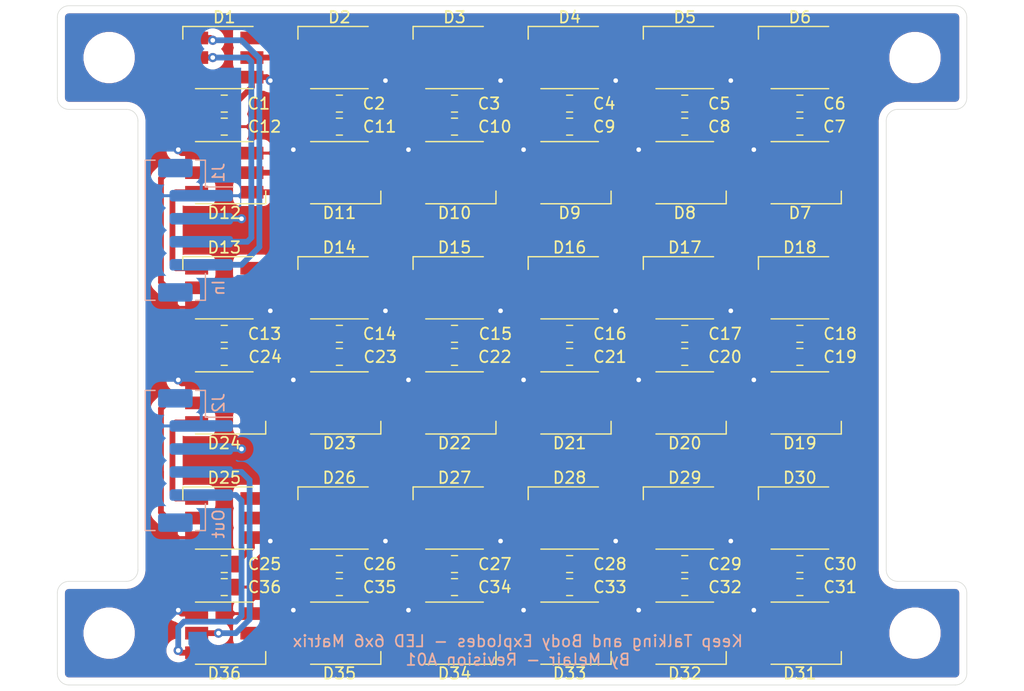
<source format=kicad_pcb>
(kicad_pcb (version 20221018) (generator pcbnew)
  (layers (0 "F.Cu" signal) (31 "B.Cu" signal) (34 "B.Paste" user) (35 "F.Paste" user) (36 "B.SilkS" user "B.Silkscreen") (37 "F.SilkS" user "F.Silkscreen") (38 "B.Mask" user) (39 "F.Mask" user) (44 "Edge.Cuts" user))
  (net 0 "")
  (net 1 "GND")
  (net 2 "+5V")
  (net 3 "Net-(D1-Pad6)")
  (net 4 "Net-(D1-Pad5)")
  (net 5 "CI")
  (net 6 "DI")
  (net 7 "Net-(D2-Pad6)")
  (net 8 "Net-(D2-Pad5)")
  (net 9 "Net-(D3-Pad6)")
  (net 10 "Net-(D3-Pad5)")
  (net 11 "Net-(D4-Pad6)")
  (net 12 "Net-(D4-Pad5)")
  (net 13 "Net-(D5-Pad6)")
  (net 14 "Net-(D5-Pad5)")
  (net 15 "DO")
  (net 16 "CO")
  (net 17 "Net-(D6-Pad6)")
  (net 18 "Net-(D6-Pad5)")
  (net 19 "Net-(D7-Pad6)")
  (net 20 "Net-(D7-Pad5)")
  (net 21 "Net-(D8-Pad6)")
  (net 22 "Net-(D8-Pad5)")
  (net 23 "Net-(D10-Pad1)")
  (net 24 "Net-(D10-Pad2)")
  (net 25 "Net-(D10-Pad6)")
  (net 26 "Net-(D10-Pad5)")
  (net 27 "Net-(D11-Pad6)")
  (net 28 "Net-(D11-Pad5)")
  (net 29 "ROW1-DO")
  (net 30 "ROW1-CO")
  (net 31 "Net-(D13-Pad6)")
  (net 32 "Net-(D13-Pad5)")
  (net 33 "Net-(D14-Pad6)")
  (net 34 "Net-(D14-Pad5)")
  (net 35 "Net-(D15-Pad6)")
  (net 36 "Net-(D15-Pad5)")
  (net 37 "Net-(D16-Pad6)")
  (net 38 "Net-(D16-Pad5)")
  (net 39 "Net-(D17-Pad6)")
  (net 40 "Net-(D17-Pad5)")
  (net 41 "Net-(D18-Pad6)")
  (net 42 "Net-(D18-Pad5)")
  (net 43 "Net-(D19-Pad6)")
  (net 44 "Net-(D19-Pad5)")
  (net 45 "Net-(D20-Pad6)")
  (net 46 "Net-(D20-Pad5)")
  (net 47 "Net-(D21-Pad6)")
  (net 48 "Net-(D21-Pad5)")
  (net 49 "Net-(D22-Pad6)")
  (net 50 "Net-(D22-Pad5)")
  (net 51 "Net-(D23-Pad6)")
  (net 52 "Net-(D23-Pad5)")
  (net 53 "ROW2-DO")
  (net 54 "ROW2-CO")
  (net 55 "Net-(D25-Pad6)")
  (net 56 "Net-(D25-Pad5)")
  (net 57 "Net-(D26-Pad6)")
  (net 58 "Net-(D26-Pad5)")
  (net 59 "Net-(D27-Pad6)")
  (net 60 "Net-(D27-Pad5)")
  (net 61 "Net-(D28-Pad6)")
  (net 62 "Net-(D28-Pad5)")
  (net 63 "Net-(D29-Pad6)")
  (net 64 "Net-(D29-Pad5)")
  (net 65 "Net-(D30-Pad6)")
  (net 66 "Net-(D30-Pad5)")
  (net 67 "Net-(D31-Pad6)")
  (net 68 "Net-(D31-Pad5)")
  (net 69 "Net-(D32-Pad6)")
  (net 70 "Net-(D32-Pad5)")
  (net 71 "Net-(D33-Pad6)")
  (net 72 "Net-(D33-Pad5)")
  (net 73 "Net-(D34-Pad6)")
  (net 74 "Net-(D34-Pad5)")
  (net 75 "Net-(D35-Pad6)")
  (net 76 "Net-(D35-Pad5)")
  (footprint "Capacitor_SMD:C_0805_2012Metric" (layer "F.Cu") (at 50 54 180)
    (fp_text reference "C3")
    (fp_text value "10uF")
  )
  (footprint "Capacitor_SMD:C_0805_2012Metric" (layer "F.Cu") (at 70 54 180)
    (fp_text reference "C5")
    (fp_text value "10uF")
  )
  (footprint "Capacitor_SMD:C_0805_2012Metric" (layer "F.Cu") (at 80 54 180)
    (fp_text reference "C6")
    (fp_text value "10uF")
  )
  (footprint "LED_SMD:LED_RGB_5050-6" (layer "F.Cu") (at 50 50)
    (fp_text reference "D3")
    (fp_text value "APA102")
  )
  (footprint "LED_SMD:LED_RGB_5050-6" (layer "F.Cu") (at 60 50)
    (fp_text reference "D4")
    (fp_text value "APA102")
  )
  (footprint "LED_SMD:LED_RGB_5050-6" (layer "F.Cu") (at 70 50)
    (fp_text reference "D5")
    (fp_text value "APA102")
  )
  (footprint "LED_SMD:LED_RGB_5050-6" (layer "F.Cu") (at 80 50)
    (fp_text reference "D6")
    (fp_text value "APA102")
  )
  (footprint "LED_SMD:LED_RGB_5050-6" (layer "F.Cu") (at 30 50)
    (fp_text reference "D1")
    (fp_text value "APA102")
  )
  (footprint "LED_SMD:LED_RGB_5050-6" (layer "F.Cu") (at 40 50)
    (fp_text reference "D2")
    (fp_text value "APA102")
  )
  (footprint "Capacitor_SMD:C_0805_2012Metric" (layer "F.Cu") (at 30 54 180)
    (fp_text reference "C1")
    (fp_text value "10uF")
  )
  (footprint "Capacitor_SMD:C_0805_2012Metric" (layer "F.Cu") (at 40 54 180)
    (fp_text reference "C2")
    (fp_text value "10uF")
  )
  (footprint "Capacitor_SMD:C_0805_2012Metric" (layer "F.Cu") (at 60 54 180)
    (fp_text reference "C4")
    (fp_text value "10uF")
  )
  (footprint "Capacitor_SMD:C_0805_2012Metric" (layer "F.Cu") (at 80 56)
    (fp_text reference "C7")
    (fp_text value "10uF")
  )
  (footprint "Capacitor_SMD:C_0805_2012Metric" (layer "F.Cu") (at 70 56)
    (fp_text reference "C8")
    (fp_text value "10uF")
  )
  (footprint "Capacitor_SMD:C_0805_2012Metric" (layer "F.Cu") (at 60 56)
    (fp_text reference "C9")
    (fp_text value "10uF")
  )
  (footprint "Capacitor_SMD:C_0805_2012Metric" (layer "F.Cu") (at 50 56)
    (fp_text reference "C10")
    (fp_text value "10uF")
  )
  (footprint "Capacitor_SMD:C_0805_2012Metric" (layer "F.Cu") (at 40 56)
    (fp_text reference "C11")
    (fp_text value "10uF")
  )
  (footprint "Capacitor_SMD:C_0805_2012Metric" (layer "F.Cu") (at 30 56)
    (fp_text reference "C12")
    (fp_text value "10uF")
  )
  (footprint "Capacitor_SMD:C_0805_2012Metric" (layer "F.Cu") (at 30 74 180)
    (fp_text reference "C13")
    (fp_text value "10uF")
  )
  (footprint "Capacitor_SMD:C_0805_2012Metric" (layer "F.Cu") (at 50 74 180)
    (fp_text reference "C15")
    (fp_text value "10uF")
  )
  (footprint "Capacitor_SMD:C_0805_2012Metric" (layer "F.Cu") (at 60 74 180)
    (fp_text reference "C16")
    (fp_text value "10uF")
  )
  (footprint "Capacitor_SMD:C_0805_2012Metric" (layer "F.Cu") (at 70 74 180)
    (fp_text reference "C17")
    (fp_text value "10uF")
  )
  (footprint "Capacitor_SMD:C_0805_2012Metric" (layer "F.Cu") (at 80 74 180)
    (fp_text reference "C18")
    (fp_text value "10uF")
  )
  (footprint "Capacitor_SMD:C_0805_2012Metric" (layer "F.Cu") (at 80 76)
    (fp_text reference "C19")
    (fp_text value "10uF")
  )
  (footprint "Capacitor_SMD:C_0805_2012Metric" (layer "F.Cu") (at 70 76)
    (fp_text reference "C20")
    (fp_text value "10uF")
  )
  (footprint "Capacitor_SMD:C_0805_2012Metric" (layer "F.Cu") (at 60 76)
    (fp_text reference "C21")
    (fp_text value "10uF")
  )
  (footprint "Capacitor_SMD:C_0805_2012Metric" (layer "F.Cu") (at 50 76)
    (fp_text reference "C22")
    (fp_text value "10uF")
  )
  (footprint "Capacitor_SMD:C_0805_2012Metric" (layer "F.Cu") (at 40 76)
    (fp_text reference "C23")
    (fp_text value "10uF")
  )
  (footprint "Capacitor_SMD:C_0805_2012Metric" (layer "F.Cu") (at 30 76)
    (fp_text reference "C24")
    (fp_text value "10uF")
  )
  (footprint "Capacitor_SMD:C_0805_2012Metric" (layer "F.Cu") (at 30 94 180)
    (fp_text reference "C25")
    (fp_text value "10uF")
  )
  (footprint "Capacitor_SMD:C_0805_2012Metric" (layer "F.Cu") (at 40 94 180)
    (fp_text reference "C26")
    (fp_text value "10uF")
  )
  (footprint "Capacitor_SMD:C_0805_2012Metric" (layer "F.Cu") (at 50 94 180)
    (fp_text reference "C27")
    (fp_text value "10uF")
  )
  (footprint "Capacitor_SMD:C_0805_2012Metric" (layer "F.Cu") (at 60 94 180)
    (fp_text reference "C28")
    (fp_text value "10uF")
  )
  (footprint "Capacitor_SMD:C_0805_2012Metric" (layer "F.Cu") (at 70 94 180)
    (fp_text reference "C29")
    (fp_text value "10uF")
  )
  (footprint "Capacitor_SMD:C_0805_2012Metric" (layer "F.Cu") (at 80 94 180)
    (fp_text reference "C30")
    (fp_text value "10uF")
  )
  (footprint "Capacitor_SMD:C_0805_2012Metric" (layer "F.Cu") (at 80 96)
    (fp_text reference "C31")
    (fp_text value "10uF")
  )
  (footprint "Capacitor_SMD:C_0805_2012Metric" (layer "F.Cu") (at 70 96)
    (fp_text reference "C32")
    (fp_text value "10uF")
  )
  (footprint "Capacitor_SMD:C_0805_2012Metric" (layer "F.Cu") (at 60 96)
    (fp_text reference "C33")
    (fp_text value "10uF")
  )
  (footprint "Capacitor_SMD:C_0805_2012Metric" (layer "F.Cu") (at 50 96)
    (fp_text reference "C34")
    (fp_text value "10uF")
  )
  (footprint "Capacitor_SMD:C_0805_2012Metric" (layer "F.Cu") (at 40 96)
    (fp_text reference "C35")
    (fp_text value "10uF")
  )
  (footprint "Capacitor_SMD:C_0805_2012Metric" (layer "F.Cu") (at 30 96)
    (fp_text reference "C36")
    (fp_text value "10uF")
  )
  (footprint "LED_SMD:LED_RGB_5050-6" (layer "F.Cu") (at 80 60 180)
    (fp_text reference "D7")
    (fp_text value "APA102")
  )
  (footprint "LED_SMD:LED_RGB_5050-6" (layer "F.Cu") (at 70 60 180)
    (fp_text reference "D8")
    (fp_text value "APA102")
  )
  (footprint "LED_SMD:LED_RGB_5050-6" (layer "F.Cu") (at 60 60 180)
    (fp_text reference "D9")
    (fp_text value "APA102")
  )
  (footprint "LED_SMD:LED_RGB_5050-6" (layer "F.Cu") (at 50 60 180)
    (fp_text reference "D10")
    (fp_text value "APA102")
  )
  (footprint "LED_SMD:LED_RGB_5050-6" (layer "F.Cu") (at 40 60 180)
    (fp_text reference "D11")
    (fp_text value "APA102")
  )
  (footprint "LED_SMD:LED_RGB_5050-6" (layer "F.Cu") (at 30 60 180)
    (fp_text reference "D12")
    (fp_text value "APA102")
  )
  (footprint "LED_SMD:LED_RGB_5050-6" (layer "F.Cu") (at 30 70)
    (fp_text reference "D13")
    (fp_text value "APA102")
  )
  (footprint "LED_SMD:LED_RGB_5050-6" (layer "F.Cu") (at 40 70)
    (fp_text reference "D14")
    (fp_text value "APA102")
  )
  (footprint "LED_SMD:LED_RGB_5050-6" (layer "F.Cu") (at 50 70)
    (fp_text reference "D15")
    (fp_text value "APA102")
  )
  (footprint "LED_SMD:LED_RGB_5050-6" (layer "F.Cu") (at 70 70)
    (fp_text reference "D17")
    (fp_text value "APA102")
  )
  (footprint "LED_SMD:LED_RGB_5050-6" (layer "F.Cu") (at 80 70)
    (fp_text reference "D18")
    (fp_text value "APA102")
  )
  (footprint "LED_SMD:LED_RGB_5050-6" (layer "F.Cu") (at 80 80 180)
    (fp_text reference "D19")
    (fp_text value "APA102")
  )
  (footprint "LED_SMD:LED_RGB_5050-6" (layer "F.Cu") (at 70 80 180)
    (fp_text reference "D20")
    (fp_text value "APA102")
  )
  (footprint "LED_SMD:LED_RGB_5050-6" (layer "F.Cu") (at 60 80 180)
    (fp_text reference "D21")
    (fp_text value "APA102")
  )
  (footprint "LED_SMD:LED_RGB_5050-6" (layer "F.Cu") (at 50 80 180)
    (fp_text reference "D22")
    (fp_text value "APA102")
  )
  (footprint "LED_SMD:LED_RGB_5050-6" (layer "F.Cu") (at 40 80 180)
    (fp_text reference "D23")
    (fp_text value "APA102")
  )
  (footprint "LED_SMD:LED_RGB_5050-6" (layer "F.Cu") (at 30 80 180)
    (fp_text reference "D24")
    (fp_text value "APA102")
  )
  (footprint "LED_SMD:LED_RGB_5050-6" (layer "F.Cu") (at 30 90)
    (fp_text reference "D25")
    (fp_text value "APA102")
  )
  (footprint "LED_SMD:LED_RGB_5050-6" (layer "F.Cu") (at 40 90)
    (fp_text reference "D26")
    (fp_text value "APA102")
  )
  (footprint "LED_SMD:LED_RGB_5050-6" (layer "F.Cu") (at 50 90)
    (fp_text reference "D27")
    (fp_text value "APA102")
  )
  (footprint "LED_SMD:LED_RGB_5050-6" (layer "F.Cu") (at 60 90)
    (fp_text reference "D28")
    (fp_text value "APA102")
  )
  (footprint "LED_SMD:LED_RGB_5050-6" (layer "F.Cu") (at 70 90)
    (fp_text reference "D29")
    (fp_text value "APA102")
  )
  (footprint "LED_SMD:LED_RGB_5050-6" (layer "F.Cu") (at 80 90)
    (fp_text reference "D30")
    (fp_text value "APA102")
  )
  (footprint "LED_SMD:LED_RGB_5050-6" (layer "F.Cu") (at 80 100 180)
    (fp_text reference "D31")
    (fp_text value "APA102")
  )
  (footprint "LED_SMD:LED_RGB_5050-6" (layer "F.Cu") (at 70 100 180)
    (fp_text reference "D32")
    (fp_text value "APA102")
  )
  (footprint "LED_SMD:LED_RGB_5050-6" (layer "F.Cu") (at 60 100 180)
    (fp_text reference "D33")
    (fp_text value "APA102")
  )
  (footprint "LED_SMD:LED_RGB_5050-6" (layer "F.Cu") (at 50 100 180)
    (fp_text reference "D34")
    (fp_text value "APA102")
  )
  (footprint "LED_SMD:LED_RGB_5050-6" (layer "F.Cu") (at 40 100 180)
    (fp_text reference "D35")
    (fp_text value "APA102")
  )
  (footprint "LED_SMD:LED_RGB_5050-6" (layer "F.Cu") (at 30 100 180)
    (fp_text reference "D36")
    (fp_text value "APA102")
  )
  (footprint "LED_SMD:LED_RGB_5050-6" (layer "F.Cu") (at 60 70)
    (fp_text reference "D16")
    (fp_text value "APA102")
  )
  (footprint "Capacitor_SMD:C_0805_2012Metric" (layer "F.Cu") (at 40 74 180)
    (fp_text reference "C14")
    (fp_text value "10uF")
  )
  (footprint "MountingHole:MountingHole_3.2mm_M3" (layer "F.Cu") (at 20 50)
    (fp_text reference "REF**" hide)
    (fp_text value "MountingHole_3.2mm_M3")
  )
  (footprint "MountingHole:MountingHole_3.2mm_M3" (layer "F.Cu") (at 20 100)
    (fp_text reference "REF**" hide)
    (fp_text value "MountingHole_3.2mm_M3")
  )
  (footprint "MountingHole:MountingHole_3.2mm_M3" (layer "F.Cu") (at 90 100)
    (fp_text reference "REF**" hide)
    (fp_text value "MountingHole_3.2mm_M3")
  )
  (footprint "MountingHole:MountingHole_3.2mm_M3" (layer "F.Cu") (at 90 50)
    (fp_text reference "REF**" hide)
    (fp_text value "MountingHole_3.2mm_M3")
  )
  (footprint "Connector_JST:JST_PH_B4B-PH-SM4-TB_1x04-1MP_P2.00mm_Vertical" (layer "B.Cu") (at 27.5 65 -90)
    (fp_text reference "J1")
    (fp_text value "In")
  )
  (footprint "Connector_JST:JST_PH_B4B-PH-SM4-TB_1x04-1MP_P2.00mm_Vertical" (layer "B.Cu") (at 27.5 85 -90)
    (fp_text reference "J2")
    (fp_text value "Out")
  )
  (gr_line (start 22.5 94.5) (end 22.5 55.5) (stroke (width 0.05)) (layer "Edge.Cuts"))
  (gr_line (start 87.5 55.5) (end 87.5 94.5) (stroke (width 0.05)) (layer "Edge.Cuts"))
  (gr_line (start 15.5 53.5) (end 15.5 46.5) (stroke (width 0.05)) (layer "Edge.Cuts"))
  (gr_line (start 93.5 95.5) (end 88.5 95.5) (stroke (width 0.05)) (layer "Edge.Cuts"))
  (gr_line (start 15.5 96.5) (end 15.5 103.5) (stroke (width 0.05)) (layer "Edge.Cuts"))
  (gr_arc (start 15.5 96.5) (mid 15.792893 95.792893) (end 16.5 95.5) (stroke (width 0.05)) (layer "Edge.Cuts"))
  (gr_line (start 21.5 95.5) (end 16.5 95.5) (stroke (width 0.05)) (layer "Edge.Cuts"))
  (gr_line (start 93.5 54.5) (end 88.5 54.5) (stroke (width 0.05)) (layer "Edge.Cuts"))
  (gr_line (start 94.5 103.5) (end 94.5 96.5) (stroke (width 0.05)) (layer "Edge.Cuts"))
  (gr_arc (start 93.5 45.5) (mid 94.207107 45.792893) (end 94.5 46.5) (stroke (width 0.05)) (layer "Edge.Cuts"))
  (gr_line (start 21.5 54.5) (end 16.5 54.5) (stroke (width 0.05)) (layer "Edge.Cuts"))
  (gr_line (start 16.5 45.5) (end 93.5 45.5) (stroke (width 0.05)) (layer "Edge.Cuts"))
  (gr_arc (start 87.5 55.5) (mid 87.792893 54.792893) (end 88.5 54.5) (stroke (width 0.05)) (layer "Edge.Cuts"))
  (gr_arc (start 88.5 95.5) (mid 87.792893 95.207107) (end 87.5 94.5) (stroke (width 0.05)) (layer "Edge.Cuts"))
  (gr_arc (start 21.5 54.5) (mid 22.207107 54.792893) (end 22.5 55.5) (stroke (width 0.05)) (layer "Edge.Cuts"))
  (gr_arc (start 22.5 94.5) (mid 22.207107 95.207107) (end 21.5 95.5) (stroke (width 0.05)) (layer "Edge.Cuts"))
  (gr_arc (start 16.5 54.5) (mid 15.792893 54.207107) (end 15.5 53.5) (stroke (width 0.05)) (layer "Edge.Cuts"))
  (gr_line (start 94.5 46.5) (end 94.5 53.5) (stroke (width 0.05)) (layer "Edge.Cuts"))
  (gr_arc (start 16.5 104.5) (mid 15.792893 104.207107) (end 15.5 103.5) (stroke (width 0.05)) (layer "Edge.Cuts"))
  (gr_arc (start 93.5 95.5) (mid 94.207107 95.792893) (end 94.5 96.5) (stroke (width 0.05)) (layer "Edge.Cuts"))
  (gr_arc (start 15.5 46.5) (mid 15.792893 45.792893) (end 16.5 45.5) (stroke (width 0.05)) (layer "Edge.Cuts"))
  (gr_arc (start 94.5 103.5) (mid 94.207107 104.207107) (end 93.5 104.5) (stroke (width 0.05)) (layer "Edge.Cuts"))
  (gr_line (start 93.5 104.5) (end 16.5 104.5) (stroke (width 0.05)) (layer "Edge.Cuts"))
  (gr_arc (start 94.5 53.5) (mid 94.207107 54.207107) (end 93.5 54.5) (stroke (width 0.05)) (layer "Edge.Cuts"))
  (gr_text "In" (at 29.5 70 90) (layer "B.SilkS") (effects (font (size 1 1)) (justify mirror)))
  (gr_text "Out" (at 29.5 90.5 90) (layer "B.SilkS") (effects (font (size 1 1)) (justify mirror)))
  (gr_text "Keep Talking and Body Explodes - LED 6x6 Matrix\nBy Melair - Revision A01" (at 55.5 101.5) (layer "B.SilkS") (effects (font (size 1 1)) (justify mirror)))
  (via (at 31.5 64) (size 0.8) (drill 0.4) (layers "F.Cu" "B.Cu") (net 1))
  (via (at 31.5 84) (size 0.8) (drill 0.4) (layers "F.Cu" "B.Cu") (net 1))
  (segment (start 28 84) (end 31.5 84) (width 0.5) (layer "B.Cu") (net 1))
  (segment (start 28 64) (end 31.5 64) (width 0.5) (layer "B.Cu") (net 1))
  (segment (start 57.6 98.3) (end 57.6 97.45) (width 0.5) (layer "F.Cu") (net 2))
  (segment (start 50.95 94) (end 50.95 94.1) (width 0.5) (layer "F.Cu") (net 2))
  (segment (start 77.6 98.3) (end 77.6 97.45) (width 0.5) (layer "F.Cu") (net 2))
  (segment (start 69.05 75.9) (end 70.95 74) (width 0.5) (layer "F.Cu") (net 2))
  (segment (start 49.05 76) (end 49.05 75.9) (width 0.5) (layer "F.Cu") (net 2))
  (segment (start 67.6 57.45) (end 69.05 56) (width 0.5) (layer "F.Cu") (net 2))
  (segment (start 42.4 91.7) (end 43.7 91.7) (width 0.5) (layer "F.Cu") (net 2))
  (segment (start 47.6 58.3) (end 46.3 58.3) (width 0.5) (layer "F.Cu") (net 2))
  (segment (start 26.3 58.3) (end 26 58) (width 0.5) (layer "F.Cu") (net 2))
  (segment (start 67.6 98.3) (end 67.6 97.45) (width 0.5) (layer "F.Cu") (net 2))
  (segment (start 29.05 76) (end 29.05 75.9) (width 0.5) (layer "F.Cu") (net 2))
  (segment (start 43.7 91.7) (end 44 92) (width 0.5) (layer "F.Cu") (net 2))
  (segment (start 69.05 55.9) (end 70.95 54) (width 0.5) (layer "F.Cu") (net 2))
  (segment (start 73.7 71.7) (end 74 72) (width 0.5) (layer "F.Cu") (net 2))
  (segment (start 47.6 78.3) (end 46.3 78.3) (width 0.5) (layer "F.Cu") (net 2))
  (segment (start 56.3 78.3) (end 56 78) (width 0.5) (layer "F.Cu") (net 2))
  (segment (start 29.05 75.9) (end 30.95 74) (width 0.5) (layer "F.Cu") (net 2))
  (segment (start 60.95 54.1) (end 59.05 56) (width 0.5) (layer "F.Cu") (net 2))
  (segment (start 80.95 54) (end 80.95 54.1) (width 0.5) (layer "F.Cu") (net 2))
  (segment (start 42.4 51.7) (end 42.4 52.55) (width 0.5) (layer "F.Cu") (net 2))
  (segment (start 37.6 78.3) (end 36.3 78.3) (width 0.5) (layer "F.Cu") (net 2))
  (segment (start 47.6 97.45) (end 49.05 96) (width 0.5) (layer "F.Cu") (net 2))
  (segment (start 76.3 78.3) (end 76 78) (width 0.5) (layer "F.Cu") (net 2))
  (segment (start 26.3 78.3) (end 26 78) (width 0.5) (layer "F.Cu") (net 2))
  (segment (start 40.95 94) (end 40.95 94.1) (width 0.5) (layer "F.Cu") (net 2))
  (segment (start 53.7 71.7) (end 54 72) (width 0.5) (layer "F.Cu") (net 2))
  (segment (start 27.6 58.3) (end 27.6 57.45) (width 0.5) (layer "F.Cu") (net 2))
  (segment (start 50.95 94.1) (end 49.05 96) (width 0.5) (layer "F.Cu") (net 2))
  (segment (start 47.6 98.3) (end 47.6 97.45) (width 0.5) (layer "F.Cu") (net 2))
  (segment (start 80.95 74) (end 80.95 74.1) (width 0.5) (layer "F.Cu") (net 2))
  (segment (start 37.6 58.3) (end 36.3 58.3) (width 0.5) (layer "F.Cu") (net 2))
  (segment (start 57.6 58.3) (end 56.3 58.3) (width 0.5) (layer "F.Cu") (net 2))
  (segment (start 32.4 72.55) (end 30.95 74) (width 0.5) (layer "F.Cu") (net 2))
  (segment (start 47.6 58.3) (end 47.6 57.45) (width 0.5) (layer "F.Cu") (net 2))
  (segment (start 82.4 92.55) (end 80.95 94) (width 0.5) (layer "F.Cu") (net 2))
  (segment (start 67.6 77.45) (end 69.05 76) (width 0.5) (layer "F.Cu") (net 2))
  (segment (start 80.95 94) (end 80.95 94.1) (width 0.5) (layer "F.Cu") (net 2))
  (segment (start 37.6 97.45) (end 39.05 96) (width 0.5) (layer "F.Cu") (net 2))
  (segment (start 37.6 78.3) (end 37.6 77.45) (width 0.5) (layer "F.Cu") (net 2))
  (segment (start 56.3 58.3) (end 56 58) (width 0.5) (layer "F.Cu") (net 2))
  (segment (start 33.7 91.7) (end 34 92) (width 0.5) (layer "F.Cu") (net 2))
  (segment (start 72.4 91.7) (end 72.4 92.55) (width 0.5) (layer "F.Cu") (net 2))
  (segment (start 53.7 51.7) (end 54 52) (width 0.5) (layer "F.Cu") (net 2))
  (segment (start 69.05 56) (end 69.05 55.9) (width 0.5) (layer "F.Cu") (net 2))
  (segment (start 77.6 78.3) (end 76.3 78.3) (width 0.5) (layer "F.Cu") (net 2))
  (segment (start 27.6 98.3) (end 26.3 98.3) (width 0.5) (layer "F.Cu") (net 2))
  (segment (start 62.4 91.7) (end 62.4 92.55) (width 0.5) (layer "F.Cu") (net 2))
  (segment (start 30.95 54.1) (end 29.05 56) (width 0.5) (layer "F.Cu") (net 2))
  (segment (start 77.6 58.3) (end 76.3 58.3) (width 0.5) (layer "F.Cu") (net 2))
  (segment (start 82.4 52.55) (end 80.95 54) (width 0.5) (layer "F.Cu") (net 2))
  (segment (start 76.3 58.3) (end 76 58) (width 0.5) (layer "F.Cu") (net 2))
  (segment (start 27.6 58.3) (end 26.3 58.3) (width 0.5) (layer "F.Cu") (net 2))
  (segment (start 32.4 51.7) (end 33.7 51.7) (width 0.5) (layer "F.Cu") (net 2))
  (segment (start 46.3 78.3) (end 46 78) (width 0.5) (layer "F.Cu") (net 2))
  (segment (start 70.95 94) (end 70.95 94.1) (width 0.5) (layer "F.Cu") (net 2))
  (segment (start 26.3 98.3) (end 26 98) (width 0.5) (layer "F.Cu") (net 2))
  (segment (start 42.4 91.7) (end 42.4 92.55) (width 0.5) (layer "F.Cu") (net 2))
  (segment (start 49.05 56) (end 49.05 55.9) (width 0.5) (layer "F.Cu") (net 2))
  (segment (start 49.05 75.9) (end 50.95 74) (width 0.5) (layer "F.Cu") (net 2))
  (segment (start 72.4 92.55) (end 70.95 94) (width 0.5) (layer "F.Cu") (net 2))
  (segment (start 42.4 72.55) (end 40.95 74) (width 0.5) (layer "F.Cu") (net 2))
  (segment (start 66.3 58.3) (end 66 58) (width 0.5) (layer "F.Cu") (net 2))
  (segment (start 52.4 72.55) (end 50.95 74) (width 0.5) (layer "F.Cu") (net 2))
  (segment (start 27.6 97.45) (end 29.05 96) (width 0.5) (layer "F.Cu") (net 2))
  (segment (start 40.95 54) (end 40.95 54.1) (width 0.5) (layer "F.Cu") (net 2))
  (segment (start 66.3 98.3) (end 66 98) (width 0.5) (layer "F.Cu") (net 2))
  (segment (start 43.7 71.7) (end 44 72) (width 0.5) (layer "F.Cu") (net 2))
  (segment (start 73.7 91.7) (end 74 92) (width 0.5) (layer "F.Cu") (net 2))
  (segment (start 62.4 52.55) (end 60.95 54) (width 0.5) (layer "F.Cu") (net 2))
  (segment (start 42.4 52.55) (end 40.95 54) (width 0.5) (layer "F.Cu") (net 2))
  (segment (start 66.3 78.3) (end 66 78) (width 0.5) (layer "F.Cu") (net 2))
  (segment (start 27.6 77.45) (end 29.05 76) (width 0.5) (layer "F.Cu") (net 2))
  (segment (start 80.95 54.1) (end 79.05 56) (width 0.5) (layer "F.Cu") (net 2))
  (segment (start 27.6 57.45) (end 29.05 56) (width 0.5) (layer "F.Cu") (net 2))
  (segment (start 30.95 54) (end 30.95 54.1) (width 0.5) (layer "F.Cu") (net 2))
  (segment (start 82.4 72.55) (end 80.95 74) (width 0.5) (layer "F.Cu") (net 2))
  (segment (start 29.05 95.9) (end 30.95 94) (width 0.5) (layer "F.Cu") (net 2))
  (segment (start 32.4 52.55) (end 30.95 54) (width 0.5) (layer "F.Cu") (net 2))
  (segment (start 52.4 91.7) (end 53.7 91.7) (width 0.5) (layer "F.Cu") (net 2))
  (segment (start 57.6 58.3) (end 57.6 57.45) (width 0.5) (layer "F.Cu") (net 2))
  (segment (start 72.4 72.55) (end 70.95 74) (width 0.5) (layer "F.Cu") (net 2))
  (segment (start 37.6 58.3) (end 37.6 57.45) (width 0.5) (layer "F.Cu") (net 2))
  (segment (start 39.05 76) (end 39.05 75.9) (width 0.5) (layer "F.Cu") (net 2))
  (segment (start 36.3 98.3) (end 36 98) (width 0.5) (layer "F.Cu") (net 2))
  (segment (start 33.7 51.7) (end 34 52) (width 0.5) (layer "F.Cu") (net 2))
  (segment (start 40.95 54.1) (end 39.05 56) (width 0.5) (layer "F.Cu") (net 2))
  (segment (start 82.4 51.7) (end 82.4 52.55) (width 0.5) (layer "F.Cu") (net 2))
  (segment (start 62.4 91.7) (end 63.7 91.7) (width 0.5) (layer "F.Cu") (net 2))
  (segment (start 32.4 51.7) (end 32.4 52.55) (width 0.5) (layer "F.Cu") (net 2))
  (segment (start 67.6 58.3) (end 67.6 57.45) (width 0.5) (layer "F.Cu") (net 2))
  (segment (start 59.05 96) (end 59.05 95.9) (width 0.5) (layer "F.Cu") (net 2))
  (segment (start 77.6 78.3) (end 77.6 77.45) (width 0.5) (layer "F.Cu") (net 2))
  (segment (start 80.95 94.1) (end 79.05 96) (width 0.5) (layer "F.Cu") (net 2))
  (segment (start 40.95 94.1) (end 39.05 96) (width 0.5) (layer "F.Cu") (net 2))
  (segment (start 67.6 78.3) (end 66.3 78.3) (width 0.5) (layer "F.Cu") (net 2))
  (segment (start 52.4 92.55) (end 50.95 94) (width 0.5) (layer "F.Cu") (net 2))
  (segment (start 77.6 97.45) (end 79.05 96) (width 0.5) (layer "F.Cu") (net 2))
  (segment (start 37.6 98.3) (end 37.6 97.45) (width 0.5) (layer "F.Cu") (net 2))
  (segment (start 77.6 77.45) (end 79.05 76) (width 0.5) (layer "F.Cu") (net 2))
  (segment (start 52.4 52.55) (end 50.95 54) (width 0.5) (layer "F.Cu") (net 2))
  (segment (start 72.4 91.7) (end 73.7 91.7) (width 0.5) (layer "F.Cu") (net 2))
  (segment (start 62.4 71.7) (end 62.4 72.55) (width 0.5) (layer "F.Cu") (net 2))
  (segment (start 72.4 51.7) (end 72.4 52.55) (width 0.5) (layer "F.Cu") (net 2))
  (segment (start 59.05 95.9) (end 60.95 94) (width 0.5) (layer "F.Cu") (net 2))
  (segment (start 52.4 51.7) (end 52.4 52.55) (width 0.5) (layer "F.Cu") (net 2))
  (segment (start 56.3 98.3) (end 56 98) (width 0.5) (layer "F.Cu") (net 2))
  (segment (start 69.05 76) (end 69.05 75.9) (width 0.5) (layer "F.Cu") (net 2))
  (segment (start 62.4 51.7) (end 62.4 52.55) (width 0.5) (layer "F.Cu") (net 2))
  (segment (start 27.6 78.3) (end 26.3 78.3) (width 0.5) (layer "F.Cu") (net 2))
  (segment (start 52.4 71.7) (end 52.4 72.55) (width 0.5) (layer "F.Cu") (net 2))
  (segment (start 42.4 71.7) (end 42.4 72.55) (width 0.5) (layer "F.Cu") (net 2))
  (segment (start 80.95 74.1) (end 79.05 76) (width 0.5) (layer "F.Cu") (net 2))
  (segment (start 47.6 98.3) (end 46.3 98.3) (width 0.5) (layer "F.Cu") (net 2))
  (segment (start 53.7 91.7) (end 54 92) (width 0.5) (layer "F.Cu") (net 2))
  (segment (start 57.6 98.3) (end 56.3 98.3) (width 0.5) (layer "F.Cu") (net 2))
  (segment (start 77.6 98.3) (end 76.3 98.3) (width 0.5) (layer "F.Cu") (net 2))
  (segment (start 46.3 58.3) (end 46 58) (width 0.5) (layer "F.Cu") (net 2))
  (segment (start 62.4 92.55) (end 60.95 94) (width 0.5) (layer "F.Cu") (net 2))
  (segment (start 32.4 71.7) (end 32.4 72.55) (width 0.5) (layer "F.Cu") (net 2))
  (segment (start 63.7 91.7) (end 64 92) (width 0.5) (layer "F.Cu") (net 2))
  (segment (start 32.4 92.55) (end 30.95 94) (width 0.5) (layer "F.Cu") (net 2))
  (segment (start 52.4 71.7) (end 53.7 71.7) (width 0.5) (layer "F.Cu") (net 2))
  (segment (start 49.05 55.9) (end 50.95 54) (width 0.5) (layer "F.Cu") (net 2))
  (segment (start 67.6 58.3) (end 66.3 58.3) (width 0.5) (layer "F.Cu") (net 2))
  (segment (start 67.6 97.45) (end 69.05 96) (width 0.5) (layer "F.Cu") (net 2))
  (segment (start 42.4 51.7) (end 43.7 51.7) (width 0.5) (layer "F.Cu") (net 2))
  (segment (start 32.4 91.7) (end 33.7 91.7) (width 0.5) (layer "F.Cu") (net 2))
  (segment (start 37.6 77.45) (end 39.05 76) (width 0.5) (layer "F.Cu") (net 2))
  (segment (start 32.4 71.7) (end 33.7 71.7) (width 0.5) (layer "F.Cu") (net 2))
  (segment (start 70.95 94.1) (end 69.05 96) (width 0.5) (layer "F.Cu") (net 2))
  (segment (start 77.6 57.45) (end 79.05 56) (width 0.5) (layer "F.Cu") (net 2))
  (segment (start 47.6 57.45) (end 49.05 56) (width 0.5) (layer "F.Cu") (net 2))
  (segment (start 62.4 51.7) (end 63.7 51.7) (width 0.5) (layer "F.Cu") (net 2))
  (segment (start 43.7 51.7) (end 44 52) (width 0.5) (layer "F.Cu") (net 2))
  (segment (start 46.3 98.3) (end 46 98) (width 0.5) (layer "F.Cu") (net 2))
  (segment (start 42.4 92.55) (end 40.95 94) (width 0.5) (layer "F.Cu") (net 2))
  (segment (start 57.6 77.45) (end 59.05 76) (width 0.5) (layer "F.Cu") (net 2))
  (segment (start 47.6 78.3) (end 47.6 77.45) (width 0.5) (layer "F.Cu") (net 2))
  (segment (start 52.4 91.7) (end 52.4 92.55) (width 0.5) (layer "F.Cu") (net 2))
  (segment (start 82.4 71.7) (end 82.4 72.55) (width 0.5) (layer "F.Cu") (net 2))
  (segment (start 27.6 78.3) (end 27.6 77.45) (width 0.5) (layer "F.Cu") (net 2))
  (segment (start 72.4 71.7) (end 72.4 72.55) (width 0.5) (layer "F.Cu") (net 2))
  (segment (start 67.6 78.3) (end 67.6 77.45) (width 0.5) (layer "F.Cu") (net 2))
  (segment (start 47.6 77.45) (end 49.05 76) (width 0.5) (layer "F.Cu") (net 2))
  (segment (start 77.6 58.3) (end 77.6 57.45) (width 0.5) (layer "F.Cu") (net 2))
  (segment (start 32.4 91.7) (end 32.4 92.55) (width 0.5) (layer "F.Cu") (net 2))
  (segment (start 67.6 98.3) (end 66.3 98.3) (width 0.5) (layer "F.Cu") (net 2))
  (segment (start 60.95 54) (end 60.95 54.1) (width 0.5) (layer "F.Cu") (net 2))
  (segment (start 33.7 71.7) (end 34 72) (width 0.5) (layer "F.Cu") (net 2))
  (segment (start 39.05 75.9) (end 40.95 74) (width 0.5) (layer "F.Cu") (net 2))
  (segment (start 62.4 71.7) (end 63.7 71.7) (width 0.5) (layer "F.Cu") (net 2))
  (segment (start 27.6 98.3) (end 27.6 97.45) (width 0.5) (layer "F.Cu") (net 2))
  (segment (start 36.3 58.3) (end 36 58) (width 0.5) (layer "F.Cu") (net 2))
  (segment (start 76.3 98.3) (end 76 98) (width 0.5) (layer "F.Cu") (net 2))
  (segment (start 57.6 57.45) (end 59.05 56) (width 0.5) (layer "F.Cu") (net 2))
  (segment (start 82.4 91.7) (end 82.4 92.55) (width 0.5) (layer "F.Cu") (net 2))
  (segment (start 62.4 72.55) (end 60.95 74) (width 0.5) (layer "F.Cu") (net 2))
  (segment (start 72.4 71.7) (end 73.7 71.7) (width 0.5) (layer "F.Cu") (net 2))
  (segment (start 73.7 51.7) (end 74 52) (width 0.5) (layer "F.Cu") (net 2))
  (segment (start 72.4 52.55) (end 70.95 54) (width 0.5) (layer "F.Cu") (net 2))
  (segment (start 37.6 98.3) (end 36.3 98.3) (width 0.5) (layer "F.Cu") (net 2))
  (segment (start 72.4 51.7) (end 73.7 51.7) (width 0.5) (layer "F.Cu") (net 2))
  (segment (start 63.7 71.7) (end 64 72) (width 0.5) (layer "F.Cu") (net 2))
  (segment (start 29.05 96) (end 29.05 95.9) (width 0.5) (layer "F.Cu") (net 2))
  (segment (start 57.6 78.3) (end 57.6 77.45) (width 0.5) (layer "F.Cu") (net 2))
  (segment (start 52.4 51.7) (end 53.7 51.7) (width 0.5) (layer "F.Cu") (net 2))
  (segment (start 59.05 76) (end 59.05 75.9) (width 0.5) (layer "F.Cu") (net 2))
  (segment (start 57.6 78.3) (end 56.3 78.3) (width 0.5) (layer "F.Cu") (net 2))
  (segment (start 37.6 57.45) (end 39.05 56) (width 0.5) (layer "F.Cu") (net 2))
  (segment (start 59.05 75.9) (end 60.95 74) (width 0.5) (layer "F.Cu") (net 2))
  (segment (start 57.6 97.45) (end 59.05 96) (width 0.5) (layer "F.Cu") (net 2))
  (segment (start 42.4 71.7) (end 43.7 71.7) (width 0.5) (layer "F.Cu") (net 2))
  (segment (start 36.3 78.3) (end 36 78) (width 0.5) (layer "F.Cu") (net 2))
  (segment (start 63.7 51.7) (end 64 52) (width 0.5) (layer "F.Cu") (net 2))
  (via (at 46 58) (size 0.8) (drill 0.4) (layers "F.Cu" "B.Cu") (net 2))
  (via (at 44 92) (size 0.8) (drill 0.4) (layers "F.Cu" "B.Cu") (net 2))
  (via (at 74 52) (size 0.8) (drill 0.4) (layers "F.Cu" "B.Cu") (net 2))
  (via (at 34 72) (size 0.8) (drill 0.4) (layers "F.Cu" "B.Cu") (net 2))
  (via (at 34 52) (size 0.8) (drill 0.4) (layers "F.Cu" "B.Cu") (net 2))
  (via (at 66 78) (size 0.8) (drill 0.4) (layers "F.Cu" "B.Cu") (net 2))
  (via (at 26 98) (size 0.8) (drill 0.4) (layers "F.Cu" "B.Cu") (net 2))
  (via (at 56 98) (size 0.8) (drill 0.4) (layers "F.Cu" "B.Cu") (net 2))
  (via (at 76 58) (size 0.8) (drill 0.4) (layers "F.Cu" "B.Cu") (net 2))
  (via (at 44 72) (size 0.8) (drill 0.4) (layers "F.Cu" "B.Cu") (net 2))
  (via (at 36 58) (size 0.8) (drill 0.4) (layers "F.Cu" "B.Cu") (net 2))
  (via (at 74 92) (size 0.8) (drill 0.4) (layers "F.Cu" "B.Cu") (net 2))
  (via (at 54 52) (size 0.8) (drill 0.4) (layers "F.Cu" "B.Cu") (net 2))
  (via (at 54 72) (size 0.8) (drill 0.4) (layers "F.Cu" "B.Cu") (net 2))
  (via (at 74 72) (size 0.8) (drill 0.4) (layers "F.Cu" "B.Cu") (net 2))
  (via (at 76 78) (size 0.8) (drill 0.4) (layers "F.Cu" "B.Cu") (net 2))
  (via (at 66 98) (size 0.8) (drill 0.4) (layers "F.Cu" "B.Cu") (net 2))
  (via (at 64 52) (size 0.8) (drill 0.4) (layers "F.Cu" "B.Cu") (net 2))
  (via (at 34 92) (size 0.8) (drill 0.4) (layers "F.Cu" "B.Cu") (net 2))
  (via (at 56 58) (size 0.8) (drill 0.4) (layers "F.Cu" "B.Cu") (net 2))
  (via (at 56 78) (size 0.8) (drill 0.4) (layers "F.Cu" "B.Cu") (net 2))
  (via (at 44 52) (size 0.8) (drill 0.4) (layers "F.Cu" "B.Cu") (net 2))
  (via (at 46 78) (size 0.8) (drill 0.4) (layers "F.Cu" "B.Cu") (net 2))
  (via (at 64 92) (size 0.8) (drill 0.4) (layers "F.Cu" "B.Cu") (net 2))
  (via (at 64 72) (size 0.8) (drill 0.4) (layers "F.Cu" "B.Cu") (net 2))
  (via (at 46 98) (size 0.8) (drill 0.4) (layers "F.Cu" "B.Cu") (net 2))
  (via (at 66 58) (size 0.8) (drill 0.4) (layers "F.Cu" "B.Cu") (net 2))
  (via (at 26 58) (size 0.8) (drill 0.4) (layers "F.Cu" "B.Cu") (net 2))
  (via (at 36 78) (size 0.8) (drill 0.4) (layers "F.Cu" "B.Cu") (net 2))
  (via (at 36 98) (size 0.8) (drill 0.4) (layers "F.Cu" "B.Cu") (net 2))
  (via (at 26 78) (size 0.8) (drill 0.4) (layers "F.Cu" "B.Cu") (net 2))
  (via (at 54 92) (size 0.8) (drill 0.4) (layers "F.Cu" "B.Cu") (net 2))
  (via (at 76 98) (size 0.8) (drill 0.4) (layers "F.Cu" "B.Cu") (net 2))
  (segment (start 32.4 48.3) (end 37.6 48.3) (width 0.5) (layer "F.Cu") (net 3))
  (segment (start 32.4 50) (end 37.6 50) (width 0.5) (layer "F.Cu") (net 4))
  (segment (start 27.6 50) (end 29 50) (width 0.5) (layer "F.Cu") (net 5))
  (via (at 29 50) (size 0.8) (drill 0.4) (layers "F.Cu" "B.Cu") (net 5))
  (segment (start 32 66) (end 32.350001 65.649999) (width 0.5) (layer "B.Cu") (net 5))
  (segment (start 32.350001 65.649999) (end 32.350001 50.350001) (width 0.5) (layer "B.Cu") (net 5))
  (segment (start 28 66) (end 32 66) (width 0.5) (layer "B.Cu") (net 5))
  (segment (start 32 50) (end 29 50) (width 0.5) (layer "B.Cu") (net 5))
  (segment (start 32.350001 50.350001) (end 32 50) (width 0.5) (layer "B.Cu") (net 5))
  (segment (start 27.6 48.3) (end 28.8 48.3) (width 0.5) (layer "F.Cu") (net 6))
  (segment (start 28.8 48.3) (end 29 48.5) (width 0.5) (layer "F.Cu") (net 6))
  (via (at 29 48.5) (size 0.8) (drill 0.4) (layers "F.Cu" "B.Cu") (net 6))
  (segment (start 33.050011 66.449989) (end 31.5 68) (width 0.5) (layer "B.Cu") (net 6))
  (segment (start 33.050011 50.060048) (end 33.050011 66.449989) (width 0.5) (layer "B.Cu") (net 6))
  (segment (start 31.489963 48.5) (end 33.050011 50.060048) (width 0.5) (layer "B.Cu") (net 6))
  (segment (start 31.5 68) (end 28 68) (width 0.5) (layer "B.Cu") (net 6))
  (segment (start 29 48.5) (end 31.489963 48.5) (width 0.5) (layer "B.Cu") (net 6))
  (segment (start 42.4 48.3) (end 47.6 48.3) (width 0.5) (layer "F.Cu") (net 7))
  (segment (start 42.4 50) (end 47.6 50) (width 0.5) (layer "F.Cu") (net 8))
  (segment (start 52.4 48.3) (end 57.6 48.3) (width 0.5) (layer "F.Cu") (net 9))
  (segment (start 52.4 50) (end 57.6 50) (width 0.5) (layer "F.Cu") (net 10))
  (segment (start 62.4 48.3) (end 67.6 48.3) (width 0.5) (layer "F.Cu") (net 11))
  (segment (start 62.4 50) (end 67.6 50) (width 0.5) (layer "F.Cu") (net 12))
  (segment (start 72.4 48.3) (end 77.6 48.3) (width 0.5) (layer "F.Cu") (net 13))
  (segment (start 72.4 50) (end 77.6 50) (width 0.5) (layer "F.Cu") (net 14))
  (segment (start 27.6 101.7) (end 26.2 101.7) (width 0.5) (layer "F.Cu") (net 15))
  (segment (start 26.2 101.7) (end 26 101.5) (width 0.5) (layer "F.Cu") (net 15))
  (via (at 26 101.5) (size 0.8) (drill 0.4) (layers "F.Cu" "B.Cu") (net 15))
  (segment (start 31.5 98.5) (end 31.5 88.5) (width 0.5) (layer "B.Cu") (net 15))
  (segment (start 28 88) (end 31 88) (width 0.5) (layer "B.Cu") (net 15))
  (segment (start 26 99.5) (end 26.5 99) (width 0.5) (layer "B.Cu") (net 15))
  (segment (start 26 101.5) (end 26 99.5) (width 0.5) (layer "B.Cu") (net 15))
  (segment (start 31 99) (end 31.5 98.5) (width 0.5) (layer "B.Cu") (net 15))
  (segment (start 26.5 99) (end 31 99) (width 0.5) (layer "B.Cu") (net 15))
  (segment (start 31.5 88.5) (end 31 88) (width 0.5) (layer "B.Cu") (net 15))
  (segment (start 27.6 100) (end 29.5 100) (width 0.5) (layer "F.Cu") (net 16))
  (via (at 29.5 100) (size 0.8) (drill 0.4) (layers "F.Cu" "B.Cu") (net 16))
  (segment (start 32.20001 98.79999) (end 32.20001 86.70001) (width 0.5) (layer "B.Cu") (net 16))
  (segment (start 29.5 100) (end 31 100) (width 0.5) (layer "B.Cu") (net 16))
  (segment (start 31.5 86) (end 28 86) (width 0.5) (layer "B.Cu") (net 16))
  (segment (start 31 100) (end 32.20001 98.79999) (width 0.5) (layer "B.Cu") (net 16))
  (segment (start 32.20001 86.70001) (end 31.5 86) (width 0.5) (layer "B.Cu") (net 16))
  (segment (start 85.5 49) (end 85.5 55) (width 0.5) (layer "F.Cu") (net 17))
  (segment (start 85.5 61) (end 85.5 55) (width 0.5) (layer "F.Cu") (net 17))
  (segment (start 84.8 61.7) (end 85.5 61) (width 0.5) (layer "F.Cu") (net 17))
  (segment (start 85.5 55) (end 85.5 55.5) (width 0.5) (layer "F.Cu") (net 17))
  (segment (start 84.8 48.3) (end 85.5 49) (width 0.5) (layer "F.Cu") (net 17))
  (segment (start 82.4 48.3) (end 84.8 48.3) (width 0.5) (layer "F.Cu") (net 17))
  (segment (start 82.4 61.7) (end 84.8 61.7) (width 0.5) (layer "F.Cu") (net 17))
  (segment (start 84.5 50.5) (end 84.5 59.5) (width 0.5) (layer "F.Cu") (net 18))
  (segment (start 84 50) (end 84.5 50.5) (width 0.5) (layer "F.Cu") (net 18))
  (segment (start 84 60) (end 82.4 60) (width 0.5) (layer "F.Cu") (net 18))
  (segment (start 82.4 50) (end 84 50) (width 0.5) (layer "F.Cu") (net 18))
  (segment (start 84.5 59.5) (end 84 60) (width 0.5) (layer "F.Cu") (net 18))
  (segment (start 77.6 61.7) (end 72.4 61.7) (width 0.5) (layer "F.Cu") (net 19))
  (segment (start 77.6 60) (end 72.4 60) (width 0.5) (layer "F.Cu") (net 20))
  (segment (start 67.6 61.7) (end 62.4 61.7) (width 0.5) (layer "F.Cu") (net 21))
  (segment (start 62.4 60) (end 67.6 60) (width 0.5) (layer "F.Cu") (net 22))
  (segment (start 52.4 61.7) (end 57.6 61.7) (width 0.5) (layer "F.Cu") (net 23))
  (segment (start 57.6 60) (end 52.4 60) (width 0.5) (layer "F.Cu") (net 24))
  (segment (start 42.4 61.7) (end 47.6 61.7) (width 0.5) (layer "F.Cu") (net 25))
  (segment (start 47.6 60) (end 42.4 60) (width 0.5) (layer "F.Cu") (net 26))
  (segment (start 37.6 61.7) (end 32.4 61.7) (width 0.5) (layer "F.Cu") (net 27))
  (segment (start 32.4 60) (end 37.6 60) (width 0.5) (layer "F.Cu") (net 28))
  (segment (start 27.6 68.3) (end 25.8 68.3) (width 0.5) (layer "F.Cu") (net 29))
  (segment (start 25.8 68.3) (end 25.5 68) (width 0.5) (layer "F.Cu") (net 29))
  (segment (start 25.8 61.7) (end 27.6 61.7) (width 0.5) (layer "F.Cu") (net 29))
  (segment (start 25.5 68) (end 25.5 62) (width 0.5) (layer "F.Cu") (net 29))
  (segment (start 25.5 62) (end 25.8 61.7) (width 0.5) (layer "F.Cu") (net 29))
  (segment (start 25 70) (end 24.5 69.5) (width 0.5) (layer "F.Cu") (net 30))
  (segment (start 27.6 70) (end 25 70) (width 0.5) (layer "F.Cu") (net 30))
  (segment (start 24.5 60.5) (end 25 60) (width 0.5) (layer "F.Cu") (net 30))
  (segment (start 24.5 69.5) (end 24.5 60.5) (width 0.5) (layer "F.Cu") (net 30))
  (segment (start 25 60) (end 27.6 60) (width 0.5) (layer "F.Cu") (net 30))
  (segment (start 32.4 68.3) (end 37.6 68.3) (width 0.5) (layer "F.Cu") (net 31))
  (segment (start 37.6 70) (end 32.4 70) (width 0.5) (layer "F.Cu") (net 32))
  (segment (start 42.4 68.3) (end 47.6 68.3) (width 0.5) (layer "F.Cu") (net 33))
  (segment (start 47.6 70) (end 42.4 70) (width 0.5) (layer "F.Cu") (net 34))
  (segment (start 52.4 68.3) (end 57.6 68.3) (width 0.5) (layer "F.Cu") (net 35))
  (segment (start 57.6 70) (end 52.4 70) (width 0.5) (layer "F.Cu") (net 36))
  (segment (start 62.4 68.3) (end 67.6 68.3) (width 0.5) (layer "F.Cu") (net 37))
  (segment (start 67.6 70) (end 62.4 70) (width 0.5) (layer "F.Cu") (net 38))
  (segment (start 72.4 68.3) (end 77.6 68.3) (width 0.5) (layer "F.Cu") (net 39))
  (segment (start 77.6 70) (end 72.4 70) (width 0.5) (layer "F.Cu") (net 40))
  (segment (start 84.8 68.3) (end 82.4 68.3) (width 0.5) (layer "F.Cu") (net 41))
  (segment (start 85.5 69) (end 84.8 68.3) (width 0.5) (layer "F.Cu") (net 41))
  (segment (start 85.5 81) (end 85.5 69) (width 0.5) (layer "F.Cu") (net 41))
  (segment (start 84.8 81.7) (end 85.5 81) (width 0.5) (layer "F.Cu") (net 41))
  (segment (start 82.4 81.7) (end 84.8 81.7) (width 0.5) (layer "F.Cu") (net 41))
  (segment (start 84 70) (end 82.4 70) (width 0.5) (layer "F.Cu") (net 42))
  (segment (start 84 80) (end 84.5 79.5) (width 0.5) (layer "F.Cu") (net 42))
  (segment (start 84.5 79.5) (end 84.5 70.5) (width 0.5) (layer "F.Cu") (net 42))
  (segment (start 84.5 70.5) (end 84 70) (width 0.5) (layer "F.Cu") (net 42))
  (segment (start 82.4 80) (end 84 80) (width 0.5) (layer "F.Cu") (net 42))
  (segment (start 77.6 81.7) (end 72.4 81.7) (width 0.5) (layer "F.Cu") (net 43))
  (segment (start 72.4 80) (end 77.6 80) (width 0.5) (layer "F.Cu") (net 44))
  (segment (start 62.4 81.7) (end 67.6 81.7) (width 0.5) (layer "F.Cu") (net 45))
  (segment (start 62.4 80) (end 67.6 80) (width 0.5) (layer "F.Cu") (net 46))
  (segment (start 57.6 81.7) (end 52.4 81.7) (width 0.5) (layer "F.Cu") (net 47))
  (segment (start 52.4 80) (end 57.6 80) (width 0.5) (layer "F.Cu") (net 48))
  (segment (start 42.4 81.7) (end 47.6 81.7) (width 0.5) (layer "F.Cu") (net 49))
  (segment (start 42.4 80) (end 47.6 80) (width 0.5) (layer "F.Cu") (net 50))
  (segment (start 32.4 81.7) (end 37.6 81.7) (width 0.5) (layer "F.Cu") (net 51))
  (segment (start 37.6 80) (end 32.4 80) (width 0.5) (layer "F.Cu") (net 52))
  (segment (start 25.8 88.3) (end 25.5 88) (width 0.5) (layer "F.Cu") (net 53))
  (segment (start 25.8 81.7) (end 25.5 82) (width 0.5) (layer "F.Cu") (net 53))
  (segment (start 27.6 88.3) (end 25.8 88.3) (width 0.5) (layer "F.Cu") (net 53))
  (segment (start 25.5 88) (end 25.5 82) (width 0.5) (layer "F.Cu") (net 53))
  (segment (start 27.6 81.7) (end 25.8 81.7) (width 0.5) (layer "F.Cu") (net 53))
  (segment (start 27.6 90) (end 25 90) (width 0.5) (layer "F.Cu") (net 54))
  (segment (start 24.5 86) (end 24.5 86.5) (width 0.5) (layer "F.Cu") (net 54))
  (segment (start 25 80) (end 24.5 80.5) (width 0.5) (layer "F.Cu") (net 54))
  (segment (start 24.5 80.5) (end 24.5 86) (width 0.5) (layer "F.Cu") (net 54))
  (segment (start 27.6 80) (end 25 80) (width 0.5) (layer "F.Cu") (net 54))
  (segment (start 25 90) (end 24.5 89.5) (width 0.5) (layer "F.Cu") (net 54))
  (segment (start 24.5 89.5) (end 24.5 86) (width 0.5) (layer "F.Cu") (net 54))
  (segment (start 32.4 88.3) (end 37.6 88.3) (width 0.5) (layer "F.Cu") (net 55))
  (segment (start 32.4 90) (end 37.6 90) (width 0.5) (layer "F.Cu") (net 56))
  (segment (start 42.4 88.3) (end 47.6 88.3) (width 0.5) (layer "F.Cu") (net 57))
  (segment (start 47.6 90) (end 42.4 90) (width 0.5) (layer "F.Cu") (net 58))
  (segment (start 57.6 88.3) (end 52.4 88.3) (width 0.5) (layer "F.Cu") (net 59))
  (segment (start 52.4 90) (end 57.6 90) (width 0.5) (layer "F.Cu") (net 60))
  (segment (start 62.4 88.3) (end 67.6 88.3) (width 0.5) (layer "F.Cu") (net 61))
  (segment (start 67.6 90) (end 62.4 90) (width 0.5) (layer "F.Cu") (net 62))
  (segment (start 77.6 88.3) (end 72.4 88.3) (width 0.5) (layer "F.Cu") (net 63))
  (segment (start 77.6 90) (end 72.4 90) (width 0.5) (layer "F.Cu") (net 64))
  (segment (start 85.5 101) (end 85.5 89) (width 0.5) (layer "F.Cu") (net 65))
  (segment (start 82.4 101.7) (end 84.8 101.7) (width 0.5) (layer "F.Cu") (net 65))
  (segment (start 84.8 101.7) (end 85.5 101) (width 0.5) (layer "F.Cu") (net 65))
  (segment (start 85.5 89) (end 84.8 88.3) (width 0.5) (layer "F.Cu") (net 65))
  (segment (start 84.8 88.3) (end 82.4 88.3) (width 0.5) (layer "F.Cu") (net 65))
  (segment (start 82.4 90) (end 84 90) (width 0.5) (layer "F.Cu") (net 66))
  (segment (start 84 100) (end 84.5 99.5) (width 0.5) (layer "F.Cu") (net 66))
  (segment (start 84.5 99.5) (end 84.5 90.5) (width 0.5) (layer "F.Cu") (net 66))
  (segment (start 82.4 100) (end 84 100) (width 0.5) (layer "F.Cu") (net 66))
  (segment (start 84 90) (end 84.5 90.5) (width 0.5) (layer "F.Cu") (net 66))
  (segment (start 72.4 101.7) (end 77.6 101.7) (width 0.5) (layer "F.Cu") (net 67))
  (segment (start 77.6 100) (end 72.4 100) (width 0.5) (layer "F.Cu") (net 68))
  (segment (start 62.4 101.7) (end 67.6 101.7) (width 0.5) (layer "F.Cu") (net 69))
  (segment (start 62.4 100) (end 67.6 100) (width 0.5) (layer "F.Cu") (net 70))
  (segment (start 52.4 101.7) (end 57.6 101.7) (width 0.5) (layer "F.Cu") (net 71))
  (segment (start 52.4 100) (end 57.6 100) (width 0.5) (layer "F.Cu") (net 72))
  (segment (start 42.4 101.7) (end 47.6 101.7) (width 0.5) (layer "F.Cu") (net 73))
  (segment (start 42.4 100) (end 47.6 100) (width 0.5) (layer "F.Cu") (net 74))
  (segment (start 32.4 101.7) (end 37.6 101.7) (width 0.5) (layer "F.Cu") (net 75))
  (segment (start 32.4 100) (end 37.6 100) (width 0.5) (layer "F.Cu") (net 76))
  (zone (net 1) (net_name "GND") (layer "F.Cu") (connect_pads (clearance 0.508)) (min_thickness 0.254) (fill yes (thermal_gap 0.508) (thermal_bridge_width 0.508))
    (polygon (pts (xy 95 105) (xy 15 105) (xy 15 45) (xy 95 45)))
  )
  (zone (net 2) (net_name "+5V") (layer "B.Cu") (connect_pads (clearance 0.508)) (min_thickness 0.254) (fill yes (thermal_gap 0.508) (thermal_bridge_width 0.508))
    (polygon (pts (xy 95 105) (xy 15 105) (xy 15 45) (xy 95 45)))
  )
)
</source>
